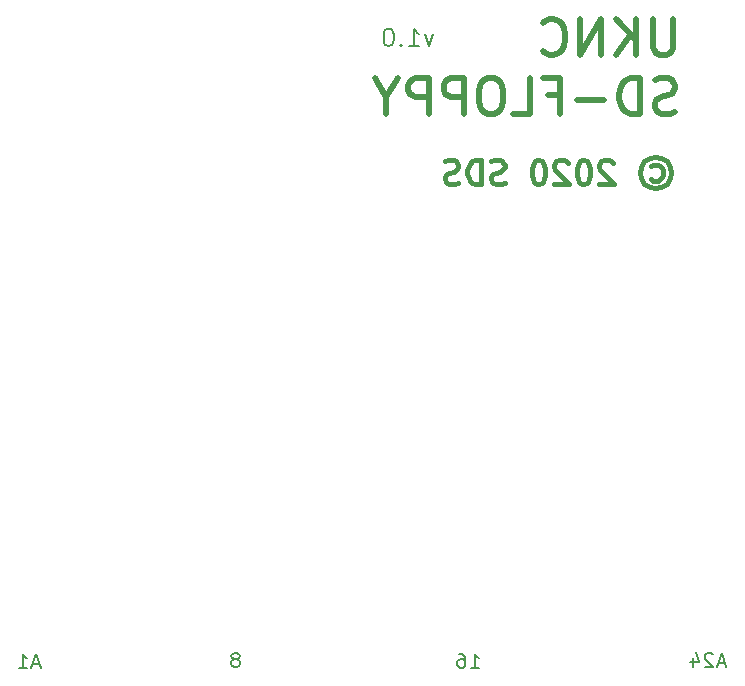
<source format=gbr>
G04 #@! TF.GenerationSoftware,KiCad,Pcbnew,(5.1.5)-3*
G04 #@! TF.CreationDate,2021-01-01T11:58:36-08:00*
G04 #@! TF.ProjectId,uknc_fdd_sds,756b6e63-5f66-4646-945f-7364732e6b69,rev?*
G04 #@! TF.SameCoordinates,Original*
G04 #@! TF.FileFunction,Legend,Bot*
G04 #@! TF.FilePolarity,Positive*
%FSLAX46Y46*%
G04 Gerber Fmt 4.6, Leading zero omitted, Abs format (unit mm)*
G04 Created by KiCad (PCBNEW (5.1.5)-3) date 2021-01-01 11:58:36*
%MOMM*%
%LPD*%
G04 APERTURE LIST*
%ADD10C,0.400000*%
%ADD11C,0.200000*%
%ADD12C,0.500000*%
G04 APERTURE END LIST*
D10*
X155812142Y-47640952D02*
X156002619Y-47545714D01*
X156383571Y-47545714D01*
X156574047Y-47640952D01*
X156764523Y-47831428D01*
X156859761Y-48021904D01*
X156859761Y-48402857D01*
X156764523Y-48593333D01*
X156574047Y-48783809D01*
X156383571Y-48879047D01*
X156002619Y-48879047D01*
X155812142Y-48783809D01*
X156193095Y-46879047D02*
X156669285Y-46974285D01*
X157145476Y-47260000D01*
X157431190Y-47736190D01*
X157526428Y-48212380D01*
X157431190Y-48688571D01*
X157145476Y-49164761D01*
X156669285Y-49450476D01*
X156193095Y-49545714D01*
X155716904Y-49450476D01*
X155240714Y-49164761D01*
X154955000Y-48688571D01*
X154859761Y-48212380D01*
X154955000Y-47736190D01*
X155240714Y-47260000D01*
X155716904Y-46974285D01*
X156193095Y-46879047D01*
X152574047Y-47355238D02*
X152478809Y-47260000D01*
X152288333Y-47164761D01*
X151812142Y-47164761D01*
X151621666Y-47260000D01*
X151526428Y-47355238D01*
X151431190Y-47545714D01*
X151431190Y-47736190D01*
X151526428Y-48021904D01*
X152669285Y-49164761D01*
X151431190Y-49164761D01*
X150193095Y-47164761D02*
X150002619Y-47164761D01*
X149812142Y-47260000D01*
X149716904Y-47355238D01*
X149621666Y-47545714D01*
X149526428Y-47926666D01*
X149526428Y-48402857D01*
X149621666Y-48783809D01*
X149716904Y-48974285D01*
X149812142Y-49069523D01*
X150002619Y-49164761D01*
X150193095Y-49164761D01*
X150383571Y-49069523D01*
X150478809Y-48974285D01*
X150574047Y-48783809D01*
X150669285Y-48402857D01*
X150669285Y-47926666D01*
X150574047Y-47545714D01*
X150478809Y-47355238D01*
X150383571Y-47260000D01*
X150193095Y-47164761D01*
X148764523Y-47355238D02*
X148669285Y-47260000D01*
X148478809Y-47164761D01*
X148002619Y-47164761D01*
X147812142Y-47260000D01*
X147716904Y-47355238D01*
X147621666Y-47545714D01*
X147621666Y-47736190D01*
X147716904Y-48021904D01*
X148859761Y-49164761D01*
X147621666Y-49164761D01*
X146383571Y-47164761D02*
X146193095Y-47164761D01*
X146002619Y-47260000D01*
X145907380Y-47355238D01*
X145812142Y-47545714D01*
X145716904Y-47926666D01*
X145716904Y-48402857D01*
X145812142Y-48783809D01*
X145907380Y-48974285D01*
X146002619Y-49069523D01*
X146193095Y-49164761D01*
X146383571Y-49164761D01*
X146574047Y-49069523D01*
X146669285Y-48974285D01*
X146764523Y-48783809D01*
X146859761Y-48402857D01*
X146859761Y-47926666D01*
X146764523Y-47545714D01*
X146669285Y-47355238D01*
X146574047Y-47260000D01*
X146383571Y-47164761D01*
X143431190Y-49069523D02*
X143145476Y-49164761D01*
X142669285Y-49164761D01*
X142478809Y-49069523D01*
X142383571Y-48974285D01*
X142288333Y-48783809D01*
X142288333Y-48593333D01*
X142383571Y-48402857D01*
X142478809Y-48307619D01*
X142669285Y-48212380D01*
X143050238Y-48117142D01*
X143240714Y-48021904D01*
X143335952Y-47926666D01*
X143431190Y-47736190D01*
X143431190Y-47545714D01*
X143335952Y-47355238D01*
X143240714Y-47260000D01*
X143050238Y-47164761D01*
X142574047Y-47164761D01*
X142288333Y-47260000D01*
X141431190Y-49164761D02*
X141431190Y-47164761D01*
X140955000Y-47164761D01*
X140669285Y-47260000D01*
X140478809Y-47450476D01*
X140383571Y-47640952D01*
X140288333Y-48021904D01*
X140288333Y-48307619D01*
X140383571Y-48688571D01*
X140478809Y-48879047D01*
X140669285Y-49069523D01*
X140955000Y-49164761D01*
X141431190Y-49164761D01*
X139526428Y-49069523D02*
X139240714Y-49164761D01*
X138764523Y-49164761D01*
X138574047Y-49069523D01*
X138478809Y-48974285D01*
X138383571Y-48783809D01*
X138383571Y-48593333D01*
X138478809Y-48402857D01*
X138574047Y-48307619D01*
X138764523Y-48212380D01*
X139145476Y-48117142D01*
X139335952Y-48021904D01*
X139431190Y-47926666D01*
X139526428Y-47736190D01*
X139526428Y-47545714D01*
X139431190Y-47355238D01*
X139335952Y-47260000D01*
X139145476Y-47164761D01*
X138669285Y-47164761D01*
X138383571Y-47260000D01*
D11*
X137397857Y-36508571D02*
X137040714Y-37508571D01*
X136683571Y-36508571D01*
X135326428Y-37508571D02*
X136183571Y-37508571D01*
X135755000Y-37508571D02*
X135755000Y-36008571D01*
X135897857Y-36222857D01*
X136040714Y-36365714D01*
X136183571Y-36437142D01*
X134683571Y-37365714D02*
X134612142Y-37437142D01*
X134683571Y-37508571D01*
X134755000Y-37437142D01*
X134683571Y-37365714D01*
X134683571Y-37508571D01*
X133683571Y-36008571D02*
X133540714Y-36008571D01*
X133397857Y-36080000D01*
X133326428Y-36151428D01*
X133255000Y-36294285D01*
X133183571Y-36580000D01*
X133183571Y-36937142D01*
X133255000Y-37222857D01*
X133326428Y-37365714D01*
X133397857Y-37437142D01*
X133540714Y-37508571D01*
X133683571Y-37508571D01*
X133826428Y-37437142D01*
X133897857Y-37365714D01*
X133969285Y-37222857D01*
X134040714Y-36937142D01*
X134040714Y-36580000D01*
X133969285Y-36294285D01*
X133897857Y-36151428D01*
X133826428Y-36080000D01*
X133683571Y-36008571D01*
D12*
X157710714Y-35227142D02*
X157710714Y-37655714D01*
X157567857Y-37941428D01*
X157425000Y-38084285D01*
X157139285Y-38227142D01*
X156567857Y-38227142D01*
X156282142Y-38084285D01*
X156139285Y-37941428D01*
X155996428Y-37655714D01*
X155996428Y-35227142D01*
X154567857Y-38227142D02*
X154567857Y-35227142D01*
X152853571Y-38227142D02*
X154139285Y-36512857D01*
X152853571Y-35227142D02*
X154567857Y-36941428D01*
X151567857Y-38227142D02*
X151567857Y-35227142D01*
X149853571Y-38227142D01*
X149853571Y-35227142D01*
X146710714Y-37941428D02*
X146853571Y-38084285D01*
X147282142Y-38227142D01*
X147567857Y-38227142D01*
X147996428Y-38084285D01*
X148282142Y-37798571D01*
X148425000Y-37512857D01*
X148567857Y-36941428D01*
X148567857Y-36512857D01*
X148425000Y-35941428D01*
X148282142Y-35655714D01*
X147996428Y-35370000D01*
X147567857Y-35227142D01*
X147282142Y-35227142D01*
X146853571Y-35370000D01*
X146710714Y-35512857D01*
X157853571Y-43084285D02*
X157425000Y-43227142D01*
X156710714Y-43227142D01*
X156425000Y-43084285D01*
X156282142Y-42941428D01*
X156139285Y-42655714D01*
X156139285Y-42370000D01*
X156282142Y-42084285D01*
X156425000Y-41941428D01*
X156710714Y-41798571D01*
X157282142Y-41655714D01*
X157567857Y-41512857D01*
X157710714Y-41370000D01*
X157853571Y-41084285D01*
X157853571Y-40798571D01*
X157710714Y-40512857D01*
X157567857Y-40370000D01*
X157282142Y-40227142D01*
X156567857Y-40227142D01*
X156139285Y-40370000D01*
X154853571Y-43227142D02*
X154853571Y-40227142D01*
X154139285Y-40227142D01*
X153710714Y-40370000D01*
X153425000Y-40655714D01*
X153282142Y-40941428D01*
X153139285Y-41512857D01*
X153139285Y-41941428D01*
X153282142Y-42512857D01*
X153425000Y-42798571D01*
X153710714Y-43084285D01*
X154139285Y-43227142D01*
X154853571Y-43227142D01*
X151853571Y-42084285D02*
X149567857Y-42084285D01*
X147139285Y-41655714D02*
X148139285Y-41655714D01*
X148139285Y-43227142D02*
X148139285Y-40227142D01*
X146710714Y-40227142D01*
X144139285Y-43227142D02*
X145567857Y-43227142D01*
X145567857Y-40227142D01*
X142567857Y-40227142D02*
X141996428Y-40227142D01*
X141710714Y-40370000D01*
X141425000Y-40655714D01*
X141282142Y-41227142D01*
X141282142Y-42227142D01*
X141425000Y-42798571D01*
X141710714Y-43084285D01*
X141996428Y-43227142D01*
X142567857Y-43227142D01*
X142853571Y-43084285D01*
X143139285Y-42798571D01*
X143282142Y-42227142D01*
X143282142Y-41227142D01*
X143139285Y-40655714D01*
X142853571Y-40370000D01*
X142567857Y-40227142D01*
X139996428Y-43227142D02*
X139996428Y-40227142D01*
X138853571Y-40227142D01*
X138567857Y-40370000D01*
X138425000Y-40512857D01*
X138282142Y-40798571D01*
X138282142Y-41227142D01*
X138425000Y-41512857D01*
X138567857Y-41655714D01*
X138853571Y-41798571D01*
X139996428Y-41798571D01*
X136996428Y-43227142D02*
X136996428Y-40227142D01*
X135853571Y-40227142D01*
X135567857Y-40370000D01*
X135425000Y-40512857D01*
X135282142Y-40798571D01*
X135282142Y-41227142D01*
X135425000Y-41512857D01*
X135567857Y-41655714D01*
X135853571Y-41798571D01*
X136996428Y-41798571D01*
X133425000Y-41798571D02*
X133425000Y-43227142D01*
X134425000Y-40227142D02*
X133425000Y-41798571D01*
X132425000Y-40227142D01*
D11*
X120764285Y-89392142D02*
X120878571Y-89335000D01*
X120935714Y-89277857D01*
X120992857Y-89163571D01*
X120992857Y-89106428D01*
X120935714Y-88992142D01*
X120878571Y-88935000D01*
X120764285Y-88877857D01*
X120535714Y-88877857D01*
X120421428Y-88935000D01*
X120364285Y-88992142D01*
X120307142Y-89106428D01*
X120307142Y-89163571D01*
X120364285Y-89277857D01*
X120421428Y-89335000D01*
X120535714Y-89392142D01*
X120764285Y-89392142D01*
X120878571Y-89449285D01*
X120935714Y-89506428D01*
X120992857Y-89620714D01*
X120992857Y-89849285D01*
X120935714Y-89963571D01*
X120878571Y-90020714D01*
X120764285Y-90077857D01*
X120535714Y-90077857D01*
X120421428Y-90020714D01*
X120364285Y-89963571D01*
X120307142Y-89849285D01*
X120307142Y-89620714D01*
X120364285Y-89506428D01*
X120421428Y-89449285D01*
X120535714Y-89392142D01*
X140563571Y-90128857D02*
X141249285Y-90128857D01*
X140906428Y-90128857D02*
X140906428Y-88928857D01*
X141020714Y-89100285D01*
X141135000Y-89214571D01*
X141249285Y-89271714D01*
X139535000Y-88928857D02*
X139763571Y-88928857D01*
X139877857Y-88986000D01*
X139935000Y-89043142D01*
X140049285Y-89214571D01*
X140106428Y-89443142D01*
X140106428Y-89900285D01*
X140049285Y-90014571D01*
X139992142Y-90071714D01*
X139877857Y-90128857D01*
X139649285Y-90128857D01*
X139535000Y-90071714D01*
X139477857Y-90014571D01*
X139420714Y-89900285D01*
X139420714Y-89614571D01*
X139477857Y-89500285D01*
X139535000Y-89443142D01*
X139649285Y-89386000D01*
X139877857Y-89386000D01*
X139992142Y-89443142D01*
X140049285Y-89500285D01*
X140106428Y-89614571D01*
X162083571Y-89735000D02*
X161512142Y-89735000D01*
X162197857Y-90077857D02*
X161797857Y-88877857D01*
X161397857Y-90077857D01*
X161055000Y-88992142D02*
X160997857Y-88935000D01*
X160883571Y-88877857D01*
X160597857Y-88877857D01*
X160483571Y-88935000D01*
X160426428Y-88992142D01*
X160369285Y-89106428D01*
X160369285Y-89220714D01*
X160426428Y-89392142D01*
X161112142Y-90077857D01*
X160369285Y-90077857D01*
X159340714Y-89277857D02*
X159340714Y-90077857D01*
X159626428Y-88820714D02*
X159912142Y-89677857D01*
X159169285Y-89677857D01*
X104024142Y-89849500D02*
X103452714Y-89849500D01*
X104138428Y-90192357D02*
X103738428Y-88992357D01*
X103338428Y-90192357D01*
X102309857Y-90192357D02*
X102995571Y-90192357D01*
X102652714Y-90192357D02*
X102652714Y-88992357D01*
X102767000Y-89163785D01*
X102881285Y-89278071D01*
X102995571Y-89335214D01*
M02*

</source>
